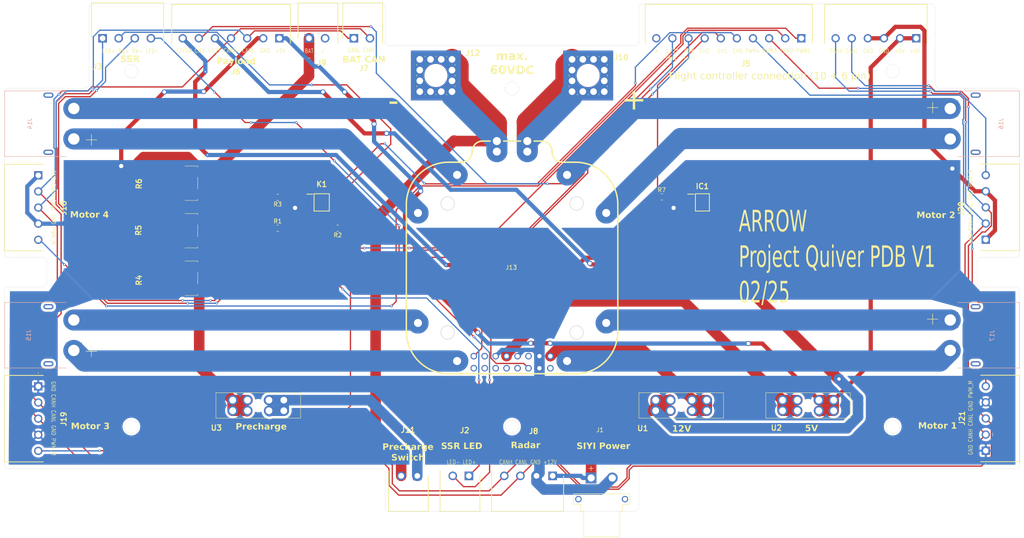
<source format=kicad_pcb>
(kicad_pcb (version 20240108) (generator "pcbnew") (generator_version "8.0")
  (layers (0 "F.Cu" signal) (31 "B.Cu" signal) (34 "B.Paste" user) (35 "F.Paste" user) (36 "B.SilkS" user "B.Silkscreen") (37 "F.SilkS" user "F.Silkscreen") (38 "B.Mask" user) (39 "F.Mask" user) (44 "Edge.Cuts" user))
  (net 0 "")
  (net 1 "/12VSW")
  (net 2 "Net-(IC1-+_CONTROL)")
  (net 3 "GND")
  (net 4 "/SS_LED+")
  (net 5 "+5V")
  (net 6 "+12V")
  (net 7 "/PDB+")
  (net 8 "Net-(J3-LED-)")
  (net 9 "/PDB-")
  (net 10 "/PDB_Curr")
  (net 11 "/CAN_L")
  (net 12 "/PWM_M1")
  (net 13 "/CAN_H")
  (net 14 "/PWM_M2")
  (net 15 "/PWM_M3")
  (net 16 "/PWM_M4")
  (net 17 "Net-(J3-SW+)")
  (net 19 "Net-(R4-Pad1)")
  (net 20 "Net-(J3-SW-)")
  (net 22 "Net-(J3-LED+)")
  (net 24 "/FC_IO_CH5")
  (net 26 "Net-(J9-Pad1)")
  (net 27 "Net-(J11-Pad1)")
  (net 28 "/1{slash}21_Vbat")
  (net 34 "Net-(J13-M1+)")
  (net 35 "Net-(J13-M3-)")
  (net 36 "Net-(J13-M1-)")
  (net 37 "Net-(J13-PDB_5V)")
  (net 38 "Net-(J13-M3+)")
  (net 39 "Net-(J13-PDB_12V)")
  (net 40 "Net-(J13-M2+)")
  (net 41 "Net-(J13-M4+)")
  (net 44 "Net-(J13-M2-)")
  (net 46 "Net-(J13-M4-)")
  (net 55 "Net-(K1-+CONTROL)")
  (net 56 "Net-(K1-LOAD_1)")
  (net 57 "/FMU_CH2")
  (net 58 "/FMU_CH1")
  (footprint "Resistor_SMD:R_0805_2012Metric_Pad1.20x1.40mm_HandSolder" (layer "F.Cu") (at 94.6 75.8 180)
    (property "Reference" "R3")
    (property "Value" "12K")
  )
  (footprint "Samacsys:17861650002" (layer "F.Cu") (at 190 125)
    (property "Reference" "U1")
    (property "Value" "178.6165.0002" (hide yes))
  )
  (footprint "Snapeda:PDB_2" (layer "F.Cu") (at 150 90 180)
    (property "Reference" "J13")
    (property "Value" "FCPDB")
    (fp_circle (center 15.237118 12.75) (end 16.837118 12.75) (stroke (width 0.12)) (fill none) (layer "Edge.Cuts"))
    (fp_circle (center 15.237118 -17.75) (end 16.837118 -17.75) (stroke (width 0.12)) (fill none) (layer "Edge.Cuts"))
    (fp_circle (center -15.262882 12.75) (end -13.662882 12.75) (stroke (width 0.12)) (fill none) (layer "Edge.Cuts"))
    (fp_circle (center -15.262882 -17.75) (end -13.662882 -17.75) (stroke (width 0.12)) (fill none) (layer "Edge.Cuts"))
  )
  (footprint "Samacsys:17861650002" (layer "F.Cu") (at 220 125 180)
    (property "Reference" "U2")
    (property "Value" "178.6165.0002" (hide yes))
  )
  (footprint "Resistor_SMD:R_0805_2012Metric_Pad1.20x1.40mm_HandSolder" (layer "F.Cu") (at 108.8 83.1 180)
    (property "Reference" "R2")
    (property "Value" "1R")
  )
  (footprint "Resistor_SMD:R_0805_2012Metric_Pad1.20x1.40mm_HandSolder" (layer "F.Cu") (at 185.4 75.7)
    (property "Reference" "R7")
    (property "Value" "12K")
  )
  (footprint "Samacsys:395121005" (layer "F.Cu") (at 262 85.8 90)
    (property "Reference" "J20")
    (property "Value" "39512-1005_M3" (hide yes))
  )
  (footprint "Samacsys:395121006" (layer "F.Cu") (at 245.5 38.2 180)
    (property "Reference" "J4" (hide yes))
    (property "Value" "39512-1006" (hide yes))
  )
  (footprint "Samacsys:SHDRRA2W80P0X381_1X2_901X920X730P" (layer "F.Cu") (at 112.6 38.2)
    (property "Reference" "J7")
    (property "Value" "39512-1002" (hide yes))
  )
  (footprint "Samacsys:395121005" (layer "F.Cu") (at 262 135.7 90)
    (property "Reference" "J21")
    (property "Value" "39512-1005_M4" (hide yes))
  )
  (footprint "Resistor_SMD:R_0805_2012Metric_Pad1.20x1.40mm_HandSolder" (layer "F.Cu") (at 94.6 83.1)
    (property "Reference" "R1")
    (property "Value" "1R")
  )
  (footprint "Samacsys:7460408" (layer "F.Cu") (at 132 47)
    (property "Reference" "J12")
    (property "Value" "7460408" (hide yes))
  )
  (footprint "Samacsys:7460408" (layer "F.Cu") (at 168 47)
    (property "Reference" "J10")
    (property "Value" "7460408" (hide yes))
  )
  (footprint "Samacsys:SHDRRA4W80P0X381_1X4_1663X920X730P" (layer "F.Cu") (at 53.2 38.2)
    (property "Reference" "J3")
    (property "Value" "39512-1004" (hide yes))
  )
  (footprint "Samacsys:PWR163S2550R0F" (layer "F.Cu") (at 72.075 94.93 90)
    (property "Reference" "R4")
    (property "Value" "150R" (hide yes))
  )
  (footprint "Snapeda:XT30PW-F_AMASS_XT30PW-F" (layer "F.Cu") (at 171.2 147.15 180)
    (property "Reference" "J1")
    (property "Value" "XT30PW-F")
  )
  (footprint "Samacsys:17861650002" (layer "F.Cu") (at 90 125 180)
    (property "Reference" "U3")
    (property "Value" "PRE_F" (hide yes))
  )
  (footprint "Samacsys:SHDRRA2W80P0X381_1X2_901X920X730P" (layer "F.Cu") (at 139.8 141.65 180)
    (property "Reference" "J2")
    (property "Value" "39512-1002" (hide yes))
  )
  (footprint "Samacsys:PWR163S2550R0F" (layer "F.Cu") (at 72.075 83.7 90)
    (property "Reference" "R5")
    (property "Value" "150R" (hide yes))
  )
  (footprint "Samacsys:395121005" (layer "F.Cu") (at 38 120.5 -90)
    (property "Reference" "J19")
    (property "Value" "39512-1005_M2" (hide yes))
  )
  (footprint "Samacsys:SHDRRA4W80P0X381_1X4_1663X920X730P" (layer "F.Cu") (at 159.6 141.65 180)
    (property "Reference" "J8")
    (property "Value" "39512-1004" (hide yes))
  )
  (footprint "Samacsys:395121007" (layer "F.Cu") (at 95 38.2 180)
    (property "Reference" "J6")
    (property "Value" "39512-1007" (hide yes))
  )
  (footprint "Samacsys:SHDRRA2W80P0X381_1X2_901X920X730P" (layer "F.Cu") (at 102 38.2)
    (property "Reference" "J9")
    (property "Value" "39512-1002" (hide yes))
  )
  (footprint "Samacsys:395121010" (layer "F.Cu") (at 218.4 38.2 180)
    (property "Reference" "J5")
    (property "Value" "39512-1010" (hide yes))
  )
  (footprint "Samacsys:SOP254P610X218-4N" (layer "F.Cu") (at 105 77)
    (property "Reference" "K1")
    (property "Value" "CPC1114N" (hide yes))
  )
  (footprint "Samacsys:SOP254P610X216-4N" (layer "F.Cu") (at 195 77)
    (property "Reference" "IC1")
    (property "Value" "CPC1002NTR" (hide yes))
  )
  (footprint "Samacsys:SHDRRA2W80P0X381_1X2_901X920X730P" (layer "F.Cu") (at 127.6 141.65 180)
    (property "Reference" "J11")
    (property "Value" "39512-1002" (hide yes))
  )
  (footprint "Samacsys:PWR163S2550R0F" (layer "F.Cu") (at 72.075 72.47 90)
    (property "Reference" "R6")
    (property "Value" "150R" (hide yes))
  )
  (footprint "Samacsys:395121005" (layer "F.Cu") (at 38 70.6 -90)
    (property "Reference" "J18")
    (property "Value" "39512-1005_M1" (hide yes))
  )
  (footprint "Snapeda:XT60PW-M_AMASS_XT60PW-M" (layer "B.Cu") (at 40.4 58.4 -90)
    (property "Reference" "J14")
    (property "Value" "XT60PW-M")
  )
  (footprint "Snapeda:XT60PW-M_AMASS_XT60PW-M" (layer "B.Cu") (at 259.6 58.4 90)
    (property "Reference" "J16")
    (property "Value" "XT60PW-M")
  )
  (footprint "Snapeda:XT60PW-M_AMASS_XT60PW-M" (layer "B.Cu") (at 259.6 108.4 90)
    (property "Reference" "J17")
    (property "Value" "XT60PW-M")
  )
  (footprint "Snapeda:XT60PW-M_AMASS_XT60PW-M" (layer "B.Cu") (at 40.4 108.4 -90)
    (property "Reference" "J15")
    (property "Value" "XT60PW-M")
  )
  (gr_circle (center 240 130) (end 241.6 130) (stroke (width 0.05)) (fill none) (layer "Edge.Cuts"))
  (gr_arc (start 260 91) (mid 260.292893 90.292893) (end 261 90) (stroke (width 0.05)) (layer "Edge.Cuts"))
  (gr_circle (center 150 50) (end 151.6 50) (stroke (width 0.05)) (fill none) (layer "Edge.Cuts"))
  (gr_line (start 180 31) (end 180 39) (stroke (width 0.05)) (layer "Edge.Cuts"))
  (gr_arc (start 270 139) (mid 269.707107 139.707107) (end 269 140) (stroke (width 0.05)) (layer "Edge.Cuts"))
  (gr_line (start 40 91) (end 40 96) (stroke (width 0.05)) (layer "Edge.Cuts"))
  (gr_line (start 50 31) (end 50 49) (stroke (width 0.05)) (layer "Edge.Cuts"))
  (gr_line (start 121 150) (end 179 150) (stroke (width 0.05)) (layer "Edge.Cuts"))
  (gr_line (start 120 141) (end 120 149) (stroke (width 0.05)) (layer "Edge.Cuts"))
  (gr_line (start 260 96) (end 260 91) (stroke (width 0.05)) (layer "Edge.Cuts"))
  (gr_circle (center 150 130) (end 151.6 130) (stroke (width 0.05)) (fill none) (layer "Edge.Cuts"))
  (gr_arc (start 269 50) (mid 269.707107 50.292893) (end 270 51) (stroke (width 0.05)) (layer "Edge.Cuts"))
  (gr_arc (start 180 31) (mid 180.292893 30.292893) (end 181 30) (stroke (width 0.05)) (layer "Edge.Cuts"))
  (gr_arc (start 121 40) (mid 120.292893 39.707107) (end 120 39) (stroke (width 0.05)) (layer "Edge.Cuts"))
  (gr_line (start 31 90) (end 39 90) (stroke (width 0.05)) (layer "Edge.Cuts"))
  (gr_arc (start 119 140) (mid 119.707107 140.292893) (end 120 141) (stroke (width 0.05)) (layer "Edge.Cuts"))
  (gr_line (start 250 49) (end 250 31) (stroke (width 0.05)) (layer "Edge.Cuts"))
  (gr_line (start 180 149) (end 180 141) (stroke (width 0.05)) (layer "Edge.Cuts"))
  (gr_arc (start 270 89) (mid 269.707107 89.707107) (end 269 90) (stroke (width 0.05)) (layer "Edge.Cuts"))
  (gr_arc (start 40 96) (mid 39.707107 96.707107) (end 39 97) (stroke (width 0.05)) (layer "Edge.Cuts"))
  (gr_line (start 270 139) (end 270 98) (stroke (width 0.05)) (layer "Edge.Cuts"))
  (gr_line (start 31 140) (end 119 140) (stroke (width 0.05)) (layer "Edge.Cuts"))
  (gr_arc (start 269 97) (mid 269.707107 97.292893) (end 270 98) (stroke (width 0.05)) (layer "Edge.Cuts"))
  (gr_arc (start 121 150) (mid 120.292893 149.707107) (end 120 149) (stroke (width 0.05)) (layer "Edge.Cuts"))
  (gr_circle (center 60 46) (end 61.6 46) (stroke (width 0.05)) (fill none) (layer "Edge.Cuts"))
  (gr_circle (center 240 46) (end 241.6 46) (stroke (width 0.05)) (fill none) (layer "Edge.Cuts"))
  (gr_arc (start 39 90) (mid 39.707107 90.292893) (end 40 91) (stroke (width 0.05)) (layer "Edge.Cuts"))
  (gr_arc (start 31 90) (mid 30.292893 89.707107) (end 30 89) (stroke (width 0.05)) (layer "Edge.Cuts"))
  (gr_arc (start 50 49) (mid 49.707107 49.707107) (end 49 50) (stroke (width 0.05)) (layer "Edge.Cuts"))
  (gr_line (start 30 98) (end 30 139) (stroke (width 0.05)) (layer "Edge.Cuts"))
  (gr_arc (start 180 39) (mid 179.707107 39.707107) (end 179 40) (stroke (width 0.05)) (layer "Edge.Cuts"))
  (gr_circle (center 60 130) (end 61.6 130) (stroke (width 0.05)) (fill none) (layer "Edge.Cuts"))
  (gr_arc (start 261 97) (mid 260.292893 96.707107) (end 260 96) (stroke (width 0.05)) (layer "Edge.Cuts"))
  (gr_arc (start 31 140) (mid 30.292893 139.707107) (end 30 139) (stroke (width 0.05)) (layer "Edge.Cuts"))
  (gr_arc (start 30 51) (mid 30.292893 50.292893) (end 31 50) (stroke (width 0.05)) (layer "Edge.Cuts"))
  (gr_arc (start 251 50) (mid 250.292893 49.707107) (end 250 49) (stroke (width 0.05)) (layer "Edge.Cuts"))
  (gr_line (start 269 50) (end 251 50) (stroke (width 0.05)) (layer "Edge.Cuts"))
  (gr_arc (start 180 141) (mid 180.292893 140.292893) (end 181 140) (stroke (width 0.05)) (layer "Edge.Cuts"))
  (gr_line (start 49 50) (end 31 50) (stroke (width 0.05)) (layer "Edge.Cuts"))
  (gr_line (start 249 30) (end 181 30) (stroke (width 0.05)) (layer "Edge.Cuts"))
  (gr_arc (start 119 30) (mid 119.707107 30.292893) (end 120 31) (stroke (width 0.05)) (layer "Edge.Cuts"))
  (gr_line (start 31 97) (end 39 97) (stroke (width 0.05)) (layer "Edge.Cuts"))
  (gr_line (start 261 90) (end 269 90) (stroke (width 0.05)) (layer "Edge.Cuts"))
  (gr_line (start 120 39) (end 120 31) (stroke (width 0.05)) (layer "Edge.Cuts"))
  (gr_arc (start 30 98) (mid 30.292893 97.292893) (end 31 97) (stroke (width 0.05)) (layer "Edge.Cuts"))
  (gr_line (start 179 40) (end 121 40) (stroke (width 0.05)) (layer "Edge.Cuts"))
  (gr_arc (start 50 31) (mid 50.292893 30.292893) (end 51 30) (stroke (width 0.05)) (layer "Edge.Cuts"))
  (gr_line (start 181 140) (end 269 140) (stroke (width 0.05)) (layer "Edge.Cuts"))
  (gr_arc (start 180 149) (mid 179.707107 149.707107) (end 179 150) (stroke (width 0.05)) (layer "Edge.Cuts"))
  (gr_line (start 119 30) (end 51 30) (stroke (width 0.05)) (layer "Edge.Cuts"))
  (gr_arc (start 249 30) (mid 249.707107 30.292893) (end 250 31) (stroke (width 0.05)) (layer "Edge.Cuts"))
  (gr_line (start 270 89) (end 270 51) (stroke (width 0.05)) (layer "Edge.Cuts"))
  (gr_line (start 269 97) (end 261 97) (stroke (width 0.05)) (layer "Edge.Cuts"))
  (gr_line (start 30 51) (end 30 89) (stroke (width 0.05)) (layer "Edge.Cuts"))
  (gr_text "BAT   /\n -\n" (at 100.9 43.4 0) (layer "F.SilkS") (effects (font (size 1 0.8) (thickness 0.1) (bold yes)) (justify left bottom)))
  (gr_text "max.\n60VDC" (at 150 47 0) (layer "F.SilkS") (effects (font (size 2 2) (thickness 0.5) (bold yes)) (justify bottom)))
  (gr_text "12V" (at 190.1 129.7 0) (layer "F.SilkS") (effects (font (size 1.5 1.5) (thickness 0.3) (bold yes)) (justify top)))
  (gr_text "Precharge" (at 90.7 129.2 0) (layer "F.SilkS") (effects (font (size 1.5 1.5) (thickness 0.3) (bold yes)) (justify top)))
  (gr_text "5V" (at 220.8 129.6 0) (layer "F.SilkS") (effects (font (size 1.5 1.5) (thickness 0.3) (bold yes)) (justify top)))
  (gr_text "12VSW CH1 +12V CANH  CANL  GND  +5V" (at 70.4 41.7 0) (layer "F.SilkS") (effects (font (size 1 0.8) (thickness 0.1)) (justify left bottom)))
  (gr_text "BAT CAN" (at 115 42.4 0) (layer "F.SilkS") (effects (font (size 1.5 1.5) (thickness 0.3) (bold yes)) (justify top)))
  (gr_text "SSR" (at 59.7 42.3 0) (layer "F.SilkS") (effects (font (size 1.5 1.5) (thickness 0.3) (bold yes)) (justify top)))
  (gr_text "Flight controller connection (10 + 6 pin)" (at 210.9 46.2 0) (layer "F.SilkS") (effects (font (size 1.7 1.7) (thickness 0.125)) (justify top)))
  (gr_text "GND CANH CANL GND PWM_M\n" (at 41 69.3 270) (layer "F.SilkS") (effects (font (size 1 0.8) (thickness 0.1)) (justify left bottom)))
  (gr_text "GND CANH CANL GND PWM_M\n" (at 259 86.9 90) (layer "F.SilkS") (effects (font (size 1 0.8) (thickness 0.1)) (justify left bottom)))
  (gr_text "ARROW	\nProject Quiver PDB V1\n02/25" (at 203.6 101.5 0) (layer "F.SilkS") (effects (font (size 5 3) (thickness 0.1)) (justify left bottom)))
  (gr_text "Motor 4" (at 50.1 79.1 0) (layer "F.SilkS") (effects (font (size 1.5 1.5) (thickness 0.3) (bold yes)) (justify top)))
  (gr_text "+" (at 175.9 55.9 0) (layer "F.SilkS") (effects (font (size 5 5) (thickness 0.1)) (justify left bottom)))
  (gr_text "Precharge\nSwitch" (at 125.4 134 0) (layer "F.SilkS") (effects (font (size 1.5 1.5) (thickness 0.3) (bold yes)) (justify top)))
  (gr_text "Payload" (at 84.8 42.8 0) (layer "F.SilkS") (effects (font (size 1.5 1.5) (thickness 0.3) (bold yes)) (justify top)))
  (gr_text "CANH CANL GND +12V" (at 146.9 139 0) (layer "F.SilkS") (effects (font (size 1 0.8) (thickness 0.1) (bold yes)) (justify left bottom)))
  (gr_text "Motor 3" (at 50.3 129.1 0) (layer "F.SilkS") (effects (font (size 1.5 1.5) (thickness 0.3) (bold yes)) (justify top)))
  (gr_text "SIYI Power" (at 171.6 133.8 0) (layer "F.SilkS") (effects (font (size 1.5 1.5) (thickness 0.3) (bold yes)) (justify top)))
  (gr_text "SSR LED" (at 138.1 133.8 0) (layer "F.SilkS") (effects (font (size 1.5 1.5) (thickness 0.3) (bold yes)) (justify top)))
  (gr_text "CANL CANH" (at 111.1 41.6 0) (layer "F.SilkS") (effects (font (size 1 0.8) (thickness 0.1) (bold yes)) (justify left bottom)))
  (gr_text "GND CANH CANL GND PWM_M" (at 259 136.8 90) (layer "F.SilkS") (effects (font (size 1 0.8) (thickness 0.1)) (justify left bottom)))
  (gr_text "-" (at 120.7 56.2 0) (layer "F.SilkS") (effects (font (size 5 5) (thickness 0.1)) (justify left bottom)))
  (gr_text "X   1/21  PDB  CH2   CH1  CH5 PWM4 PWM3 PWM2 PWM1\n    Vbat   Curr" (at 183.7 43.4 0) (layer "F.SilkS") (effects (font (size 1 0.8) (thickness 0.1)) (justify left bottom)))
  (gr_text "Motor 2" (at 250.2 79.2 0) (layer "F.SilkS") (effects (font (size 1.5 1.5) (thickness 0.3) (bold yes)) (justify top)))
  (gr_text "Motor 1" (at 250.6 129 0) (layer "F.SilkS") (effects (font (size 1.5 1.5) (thickness 0.3) (bold yes)) (justify top)))
  (gr_text "LED- LED+" (at 134.5 139 0) (layer "F.SilkS") (effects (font (size 1 0.8) (thickness 0.1) (bold yes)) (justify left bottom)))
  (gr_text "CANH CANL  GND  GND  +5V  +5V" (at 225 41.8 0) (layer "F.SilkS") (effects (font (size 1 0.8) (thickness 0.1)) (justify left bottom)))
  (gr_text "Radar" (at 153.2 133.6 0) (layer "F.SilkS") (effects (font (size 1.5 1.5) (thickness 0.3) (bold yes)) (justify top)))
  (gr_text "LED+ SW+ SW- LED-\n" (at 53 41.8 0) (layer "F.SilkS") (effects (font (size 1 0.8) (thickness 0.1)) (justify left bottom)))
  (gr_text "GND CANH CANL GND PWM_M\n" (at 41 119.2 270) (layer "F.SilkS") (effects (font (size 1 0.8) (thickness 0.1)) (justify left bottom)))
  (segment (start 199.5 80.02) (end 197.75 78.27) (width 1) (layer "F.Cu") (net 1))
  (segment (start 197.75 78.27) (end 197.97 78.27) (width 1) (layer "F.Cu") (net 1))
  (segment (start 192.6067 90.0933) (end 199.5 83.2) (width 1) (layer "F.Cu") (net 1))
  (segment (start 165.6 91.8) (end 167.3067 90.0933) (width 1) (layer "F.Cu") (net 1))
  (segment (start 199.5 83.2) (end 199.5 80.02) (width 1) (layer "F.Cu") (net 1))
  (segment (start 167.3067 90.0933) (end 192.6067 90.0933) (width 1) (layer "F.Cu") (net 1))
  (segment (start 134.4 91.8) (end 165.6 91.8) (width 1) (layer "F.Cu") (net 1))
  (segment (start 75.1 48.5) (end 77.5 46.1) (width 1) (layer "F.Cu") (net 1))
  (segment (start 75.1 62.9) (end 75.1 48.5) (width 1) (layer "F.Cu") (net 1))
  (segment (start 78 65.8) (end 75.1 62.9) (width 1) (layer "F.Cu") (net 1))
  (via (at 134.4 91.8) (size 0.6) (drill 0.3) (layers "F.Cu" "B.Cu") (net 1))
  (via (at 77.5 46.1) (size 0.6) (drill 0.3) (layers "F.Cu" "B.Cu") (net 1))
  (via (at 78 65.8) (size 0.6) (drill 0.3) (layers "F.Cu" "B.Cu") (net 1))
  (segment (start 132.6933 90.0933) (end 134.4 91.8) (width 1) (layer "B.Cu") (net 1))
  (segment (start 108.4 65.8) (end 78 65.8) (width 1) (layer "B.Cu") (net 1))
  (segment (start 132.6933 90.0933) (end 108.4 65.8) (width 1) (layer "B.Cu") (net 1))
  (segment (start 77.5 46.1) (end 77.5 43.56) (width 1) (layer "B.Cu") (net 1))
  (segment (start 77.5 43.56) (end 72.14 38.2) (width 1) (layer "B.Cu") (net 1))
  (segment (start 186.43 75.73) (end 186.4 75.7) (width 0.3) (layer "F.Cu") (net 2))
  (segment (start 192.25 75.73) (end 186.43 75.73) (width 0.3) (layer "F.Cu") (net 2))
  (segment (start 246.6 35.5) (end 247.5 36.4) (width 1) (layer "F.Cu") (net 3))
  (segment (start 77.211142 50.8) (end 77.1 50.8) (width 1) (layer "F.Cu") (net 3))
  (segment (start 98.73 78.27) (end 98.7 78.3) (width 1) (layer "F.Cu") (net 3))
  (segment (start 237.93 38.2) (end 240.63 35.5) (width 1) (layer "F.Cu") (net 3))
  (segment (start 188.23 78.27) (end 188.2 78.3) (width 1) (layer "F.Cu") (net 3))
  (segment (start 234.12 38.2) (end 237.93 38.2) (width 1) (layer "F.Cu") (net 3))
  (segment (start 264.175 76.545) (end 264.175 83.625) (width 1) (layer "F.Cu") (net 3))
  (segment (start 259.47 74.37) (end 262 74.37) (width 1) (layer "F.Cu") (net 3))
  (segment (start 57.6 61.1) (end 57.6 68.4) (width 1) (layer "F.Cu") (net 3))
  (segment (start 247.5 36.4) (end 247.5 62.4) (width 1) (layer "F.Cu") (net 3))
  (segment (start 240.63 35.5) (end 246.6 35.5) (width 1) (layer "F.Cu") (net 3))
  (segment (start 67.8 50.9) (end 57.6 61.1) (width 1) (layer "F.Cu") (net 3))
  (segment (start 102.175 78.27) (end 98.73 78.27) (width 1) (layer "F.Cu") (net 3))
  (segment (start 262 74.37) (end 264.175 76.545) (width 1) (layer "F.Cu") (net 3))
  (segment (start 247.5 62.4) (end 254.1 69) (width 1) (layer "F.Cu") (net 3))
  (segment (start 254.1 69) (end 259.47 74.37) (width 1) (layer "F.Cu") (net 3))
  (segment (start 91.19 38.2) (end 89.811142 38.2) (width 1) (layer "F.Cu") (net 3))
  (segment (start 89.811142 38.2) (end 77.211142 50.8) (width 1) (layer "F.Cu") (net 3))
  (segment (start 192.25 78.27) (end 188.23 78.27) (width 1) (layer "F.Cu") (net 3))
  (segment (start 264.175 83.625) (end 262 85.8) (width 1) (layer "F.Cu") (net 3))
  (via (at 77.1 50.8) (size 1.2) (drill 0.8) (layers "F.Cu" "B.Cu") (net 3))
  (via (at 98.7 78.3) (size 2) (drill 1) (layers "F.Cu" "B.Cu") (net 3))
  (via (at 254.1 69) (size 2) (drill 1) (layers "F.Cu" "B.Cu") (net 3))
  (via (at 67.8 50.9) (size 1.2) (drill 0.8) (layers "F.Cu" "B.Cu") (net 3))
  (via (at 57.6 68.4) (size 2) (drill 1) (layers "F.Cu" "B.Cu") (net 3))
  (via (at 188.2 78.3) (size 2) (drill 1) (layers "F.Cu" "B.Cu") (net 3))
  (segment (start 43.97 82.03) (end 57.6 68.4) (width 1) (layer "B.Cu") (net 3))
  (segment (start 38 70.6) (end 35.4 73.2) (width 1) (layer "B.Cu") (net 3))
  (segment (start 156.479549 140.960451) (end 155.79 141.65) (width 2.5) (layer "B.Cu") (net 3))
  (segment (start 67.9 50.8) (end 67.8 50.9) (width 1) (layer "B.Cu") (net 3))
  (segment (start 170.975 144.875) (end 157.583109 144.875) (width 2.5) (layer "B.Cu") (net 3))
  (segment (start 151.312882 113.35) (end 152.787882 111.875) (width 1) (layer "B.Cu") (net 3))
  (segment (start 77.1 50.8) (end 67.9 50.8) (width 1) (layer "B.Cu") (net 3))
  (segment (start 156.479549 113.35) (end 156.479549 109.120451) (width 2.5) (layer "B.Cu") (net 3))
  (segment (start 156.479549 116.2) (end 156.479549 140.960451) (width 2.5) (layer "B.Cu") (net 3))
  (segment (start 38 82.03) (end 43.97 82.03) (width 1) (layer "B.Cu") (net 3))
  (segment (start 152.787882 111.875) (end 155.004549 111.875) (width 1) (layer "B.Cu") (net 3))
  (segment (start 173.7 142.15) (end 170.975 144.875) (width 2.5) (layer "B.Cu") (net 3))
  (segment (start 35.4 73.2) (end 35.4 79.43) (width 1) (layer "B.Cu") (net 3))
  (segment (start 35.4 79.43) (end 38 82.03) (width 1) (layer "B.Cu") (net 3))
  (segment (start 157.583109 144.875) (end 155.79 143.081891) (width 2.5) (layer "B.Cu") (net 3))
  (segment (start 155.004549 111.875) (end 156.479549 113.35) (width 1) (layer "B.Cu") (net 3))
  (segment (start 155.79 143.081891) (end 155.79 141.65) (width 2.5) (layer "B.Cu") (net 3))
  (segment (start 146.129549 113.35) (end 147.604549 111.875) (width 1) (layer "B.Cu") (net 3))
  (segment (start 156.479549 113.35) (end 156.479549 116.2) (width 2.5) (layer "B.Cu") (net 3))
  (segment (start 155.79 141.65) (end 156.4795 140.9605) (width 1) (layer "B.Cu") (net 3))
  (segment (start 147.604549 111.875) (end 155.004549 111.875) (width 1) (layer "B.Cu") (net 3))
  (segment (start 142.2 119) (end 142.2 139.25) (width 0.3) (layer "F.Cu") (net 4))
  (segment (start 95.6 83.1) (end 110 97.5) (width 0.3) (layer "F.Cu") (net 4))
  (segment (start 142.2 139.25) (end 139.8 141.65) (width 0.3) (layer "F.Cu") (net 4))
  (via (at 110 97.5) (size 0.6) (drill 0.3) (layers "F.Cu" "B.Cu") (net 4))
  (via (at 142.2 119) (size 0.6) (drill 0.3) (layers "F.Cu" "B.Cu") (net 4))
  (segment (start 131.698448 101.5) (end 131.699224 101.500776) (width 0.3) (layer "B.Cu") (net 4))
  (segment (start 131.698447 101.498447) (end 129.8 99.6) (width 0.3) (layer "B.Cu") (net 4))
  (segment (start 142.1461 112.4) (end 142.1461 112.3628) (width 0.3) (layer "B.Cu") (net 4))
  (segment (start 142.1461 111.947653) (end 131.699224 101.500776) (width 0.3) (layer "B.Cu") (net 4))
  (segment (start 129.8 99.6) (end 112.1 99.6) (width 0.3) (layer "B.Cu") (net 4))
  (segment (start 131.698447 101.5) (end 131.698447 101.498447) (width 0.3) (layer "B.Cu") (net 4))
  (segment (start 142.1461 112.3628) (end 142.1461 118.9461) (width 0.3) (layer "B.Cu") (net 4))
  (segment (start 131.699224 101.500776) (end 131.698447 101.5) (width 0.3) (layer "B.Cu") (net 4))
  (segment (start 112.1 99.6) (end 110 97.5) (width 0.3) (layer "B.Cu") (net 4))
  (segment (start 142.1461 118.9461) (end 142.2 119) (width 0.3) (layer "B.Cu") (net 4))
  (segment (start 142.1461 111.947653) (end 142.1461 112.4) (width 0.3) (layer "B.Cu") (net 4))
  (segment (start 226.04 126.25) (end 224.415 126.25) (width 2.5) (layer "F.Cu") (net 5))
  (segment (start 110.4186 50.8857) (end 117.3823 57.8494) (width 1) (layer "F.Cu") (net 5))
  (segment (start 117.3823 57.8494) (end 117.3823 58.4747) (width 1) (layer "F.Cu") (net 5))
  (segment (start 234.8 45.14) (end 234.8 114.99) (width 1) (layer "F.Cu") (net 5))
  (segment (start 226.04 123.75) (end 222.54 123.75) (width 2.5) (layer "F.Cu") (net 5))
  (segment (start 241.74 38.2) (end 234.8 45.14) (width 1) (layer "F.Cu") (net 5))
  (segment (start 124.7 90.6) (end 124.7 78.043504) (width 1) (layer "F.Cu") (net 5))
  (segment (start 226.04 123.75) (end 226.04 126.25) (width 2.5) (layer "F.Cu") (net 5))
  (segment (start 141.9 107.8) (end 124.7 90.6) (width 1) (layer "F.Cu") (net 5))
  (segment (start 117.3823 58.4747) (end 117.3824 58.4747) (width 1) (layer "F.Cu") (net 5))
  (segment (start 222.79 126.25) (end 222.665 126.375) (width 2.5) (layer "F.Cu") (net 5))
  (segment (start 241.74 38.2) (end 245.55 38.2) (width 1) (layer "F.Cu") (net 5))
  (segment (start 154.4 110.3) (end 159 110.3) (width 1) (layer "F.Cu") (net 5))
  (segment (start 224.415 126.25) (end 222.79 126.25) (width 2.5) (layer "F.Cu") (net 5))
  (segment (start 124.7 78.043504) (end 128.402504 74.341) (width 1) (layer "F.Cu") (net 5))
  (segment (start 234.8 114.99) (end 226.04 123.75) (width 1) (layer "F.Cu") (net 5))
  (segment (start 222.54 123.75) (end 209.1598 110.3698) (width 1) (layer "F.Cu") (net 5))
  (segment (start 209.1598 110.3698) (end 205.8549 110.3698) (width 1) (layer "F.Cu") (net 5))
  (segment (start 224.415 126.25) (end 222.54 126.25) (width 1) (layer "F.Cu") (net 5))
  (via (at 154.4 110.3) (size 1.2) (drill 0.8) (layers "F.Cu" "B.Cu") (net 5))
  (via (at 117.3824 58.4747) (size 1.2) (drill 0.8) (layers "F.Cu" "B.Cu") (net 5))
  (via (at 141.9 107.8) (size 1.2) (drill 0.8) (layers "F.Cu" "B.Cu") (net 5))
  (via (at 128.402504 74.341) (size 1.2) (drill 0.8) (layers "F.Cu" "B.Cu") (net 5))
  (via (at 159 110.3) (size 1.2) (drill 0.8) (layers "F.Cu" "B.Cu") (net 5))
  (via (at 205.8549 110.3698) (size 1.2) (drill 0.8) (layers "F.Cu" "B.Cu") (net 5))
  (via (at 110.4186 50.8857) (size 1.2) (drill 0.8) (layers "F.Cu" "B.Cu") (net 5))
  (segment (start 141.9 107.9) (end 141.9 107.8) (width 1) (layer "B.Cu") (net 5))
  (segment (start 128.402504 73.620104) (end 117.3824 62.6) (width 1) (layer "B.Cu") (net 5))
  (segment (start 144.352534 110.352534) (end 141.9 107.9) (width 1) (layer "B.Cu") (net 5))
  (segment (start 104.4071 44.8741) (end 104.4071 44.8742) (width 1) (layer "B.Cu") (net 5))
  (segment (start 154.347466 110.352534) (end 154.4 110.3) (width 1) (layer "B.Cu") (net 5))
  (segment (start 117.3824 58.4747) (end 117.3824 62.6) (width 1) (layer "B.Cu") (net 5))
  (segment (start 103.3492 44.8741) (end 104.4071 44.8741) (width 1) (layer "B.Cu") (net 5))
  (segment (start 144.352534 110.352534) (end 154.347466 110.352534) (width 1) (layer "B.Cu") (net 5))
  (segment (start 128.402504 74.341) (end 128.402504 73.620104) (width 1) (layer "B.Cu") (net 5))
  (segment (start 159.0698 110.3698) (end 172.1815 110.3698) (width 1) (layer "B.Cu") (net 5))
  (segment (start 95 38.2) (end 96.6751 38.2) (width 1) (layer "B.Cu") (net 5))
  (segment (start 104.4071 44.8742) (end 110.4186 50.8857) (width 1) (layer "B.Cu") (net 5))
  (segment (start 172.1815 110.3698) (end 205.8549 110.3698) (width 1) (layer "B.Cu") (net 5))
  (segment (start 159 110.3) (end 159.0698 110.3698) (width 1) (layer "B.Cu") (net 5))
  (segment (start 96.6751 38.2) (end 103.3492 44.8741) (width 1) (layer "B.Cu") (net 5))
  (segment (start 168.3912 91.3933) (end 168.6579 91.66) (width 1) (layer "F.Cu") (net 6))
  (segment (start 168.6579 91.66) (end 195.34 91.66) (width 1) (layer "F.Cu") (net 6))
  (segment (start 199.53 75.73) (end 197.75 75.73) (width 1) (layer "F.Cu") (net 6))
  (segment (start 183.96 123.75) (end 185.585 123.75) (width 2.5) (layer "F.Cu") (net 6))
  (segment (start 115.0943 60.6801) (end 105.2999 50.8857) (width 1) (layer "F.Cu") (net 6))
  (segment (start 183.96 126.25) (end 180.45 126.25) (width 2.5) (layer "F.Cu") (net 6))
  (segment (start 185.585 123.75) (end 187.46 123.75) (width 1) (layer "F.Cu") (net 6))
  (segment (start 168.7 138) (end 168.7 142.15) (width 2.5) (layer "F.Cu") (net 6))
  (segment (start 201.1 77.3) (end 199.53 75.73) (width 1) (layer "F.Cu") (net 6))
  (segment (start 195.34 91.66) (end 201.1 85.9) (width 1) (layer "F.Cu") (net 6))
  (segment (start 227.15 118.75) (end 198.3 89.9) (width 2.5) (layer "F.Cu") (net 6))
  (segment (start 185.585 123.75) (end 187.21 123.75) (width 2.5) (layer "F.Cu") (net 6))
  (segment (start 183.96 126.25) (end 187.46 126.25) (width 2.5) (layer "F.Cu") (net 6))
  (segment (start 120.3478 60.6801) (end 115.0943 60.6801) (width 1) (layer "F.Cu") (net 6))
  (segment (start 183.96 123.75) (end 183.96 126.25) (width 2.5) (layer "F.Cu") (net 6))
  (segment (start 201.1 85.9) (end 201.1 77.3) (width 1) (layer "F.Cu") (net 6))
  (segment (start 187.21 123.75) (end 187.335 123.625) (width 2.5) (layer "F.Cu") (net 6))
  (segment (start 180.45 126.25) (end 168.7 138) (width 2.5) (layer "F.Cu") (net 6))
  (segment (start 227.3 118.75) (end 227.15 118.75) (width 2.5) (layer "F.Cu") (net 6))
  (via (at 227.3 118.75) (size 1.2) (drill 0.8) (layers "F.Cu" "B.Cu") (net 6))
  (via (at 120.3478 60.6801) (size 1.2) (drill 0.8) (layers "F.Cu" "B.Cu") (net 6))
  (via (at 105.2999 50.8857) (size 1.2) (drill 0.8) (layers "F.Cu" "B.Cu") (net 6))
  (via (at 168.3912 91.3933) (size 1.2) (drill 0.8) (layers "F.Cu" "B.Cu") (net 6))
  (segment (start 231.8 124.5) (end 231.8 123.3) (width 2.5) (layer "B.Cu") (net 6))
  (segment (start 227.3 118.8) (end 227.3 118.75) (width 2.5) (layer "B.Cu") (net 6))
  (segment (start 159.6 141.65) (end 166.2249 141.65) (width 1) (layer "B.Cu") (net 6))
  (segment (start 105.2807 50.9049) (end 105.2999 50.8857) (width 1) (layer "B.Cu") (net 6))
  (segment (start 168.7 142.15) (end 166.7249 142.15) (width 1) (layer "B.Cu") (net 6))
  (segment (start 120.3478 60.6801) (end 122.1801 60.6801) (width 1) (layer "B.Cu") (net 6))
  (segment (start 92.4649 50.9049) (end 105.2807 50.9049) (width 1) (layer "B.Cu") (net 6))
  (segment (start 229.2 130.3) (end 231.8 127.7) (width 2.5) (layer "B.Cu") (net 6))
  (segment (start 231.8 123.3) (end 227.3 118.8) (width 2.5) (layer "B.Cu") (net 6))
  (segment (start 150.9979 74) (end 168.3912 91.3933) (width 1) (layer "B.Cu") (net 6))
  (segment (start 231.8 127.7) (end 231.8 124.5) (width 2.5) (layer "B.Cu") (net 6))
  (segment (start 188.11 130.4) (end 229.2 130.4) (width 2.5) (layer "B.Cu") (net 6))
  (segment (start 166.2249 141.65) (end 166.7249 142.15) (width 1) (layer "B.Cu") (net 6))
  (segment (start 79.76 38.2) (end 92.4649 50.9049) (width 1) (layer "B.Cu") (net 6))
  (segment (start 183.96 126.25) (end 188.11 130.4) (width 2.5) (layer "B.Cu") (net 6))
  (segment (start 122.1801 60.6801) (end 135.5 74) (width 1) (layer "B.Cu") (net 6))
  (segment (start 229.2 130.4) (end 229.2 130.3) (width 2.5) (layer "B.Cu") (net 6))
  (segment (start 135.5 74) (end 150.9979 74) (width 1) (layer "B.Cu") (net 6))
  (segment (start 162.75 48.85) (end 153.6 58) (width 5) (layer "F.Cu") (net 7))
  (segment (start 164.19 43.19) (end 162.75 44.63) (width 5) (layer "F.Cu") (net 7))
  (segment (start 153.6 58) (end 153.613 58.0129) (width 5) (layer "F.Cu") (net 7))
  (segment (start 153.613 58.0129) (end 153.613 62.5) (width 5) (layer "F.Cu") (net 7))
  (segment (start 162.75 44.63) (end 162.75 48.85) (width 5) (layer "F.Cu") (net 7))
  (segment (start 164.19 50.81) (end 164.19 51.9229) (width 5) (layer "B.Cu") (net 7))
  (segment (start 153.613 62.5) (end 153.613 65) (width 5) (layer "B.Cu") (net 7))
  (segment (start 164.19 51.9229) (end 153.613 62.5) (width 5) (layer "B.Cu") (net 7))
  (segment (start 138.54 144.2) (end 135.99 141.65) (width 0.3) (layer "F.Cu") (net 8))
  (segment (start 144.7 119) (end 144.7 140.8) (width 0.3) (layer "F.Cu") (net 8))
  (segment (start 108 67.2) (end 99 58.2) (width 0.3) (layer "F.Cu") (net 8))
  (segment (start 123.3 91.1) (end 123.3 82.5) (width 0.3) (layer "F.Cu") (net 8))
  (segment (start 141.3 144.2) (end 138.54 144.2) (width 0.3) (layer "F.Cu") (net 8))
  (segment (start 88.2115 58.1206) (end 86.9063 58.1206) (width 0.3) (layer "F.Cu") (net 8))
  (segment (start 141 108.8) (end 123.3 91.1) (width 0.3) (layer "F.Cu") (net 8))
  (segment (start 144.7 140.8) (end 141.3 144.2) (width 0.3) (layer "F.Cu") (net 8))
  (segment (start 86.9063 58.1206) (end 79.6991 50.9134) (width 0.3) (layer "F.Cu") (net 8))
  (segment (start 99 58.2) (end 99 58.1206) (width 0.3) (layer "F.Cu") (net 8))
  (via (at 79.6991 50.9134) (size 0.6) (drill 0.3) (layers "F.Cu" "B.Cu") (net 8))
  (via (at 108 67.2) (size 0.6) (drill 0.3) (layers "F.Cu" "B.Cu") (net 8))
  (via (at 144.7 119) (size 0.6) (drill 0.3) (layers "F.Cu" "B.Cu") (net 8))
  (via (at 123.3 82.5) (size 0.6) (drill 0.3) (layers "F.Cu" "B.Cu") (net 8))
  (via (at 141 108.8) (size 0.6) (drill 0.3) (layers "F.Cu" "B.Cu") (net 8))
  (via (at 88.2115 58.1206) (size 0.6) (drill 0.3) (layers "F.Cu" "B.Cu") (net 8))
  (via (at 99 58.1206) (size 0.6) (drill 0.3) (layers "F.Cu" "B.Cu") (net 8))
  (segment (start 88.2115 58.1206) (end 99 58.1206) (width 0.3) (layer "B.Cu") (net 8))
  (segment (start 79.6991 50.9134) (end 66.9857 38.2) (width 0.3) (layer "B.Cu") (net 8))
  (segment (start 144.6783 118.9783) (end 144.7 119) (width 0.3) (layer "B.Cu") (net 8))
  (segment (start 144.6783 112.5976) (end 144.6783 118.9783) (width 0.3) (layer "B.Cu") (net 8))
  (segment (start 66.9857 38.2) (end 64.63 38.2) (width 0.3) (layer "B.Cu") (net 8))
  (segment (start 144.6783 112.4783) (end 141 108.8) (width 0.3) (layer "B.Cu") (net 8))
  (segment (start 144.6783 112.5976) (end 144.6783 112.4783) (width 0.3) (layer "B.Cu") (net 8))
  (segment (start 123.3 82.5) (end 108 67.2) (width 0.3) (layer "B.Cu") (net 8))
  (segment (start 123.79 141.65) (end 123.79 136.19) (width 2.5) (layer "F.Cu") (net 9))
  (segment (start 136.3 62.4) (end 136.4 62.5) (width 2.5) (layer "F.Cu") (net 9))
  (segment (start 146.3 58.3) (end 146.3 62.3871) (width 5) (layer "F.Cu") (net 9))
  (segment (start 135.81 43.19) (end 137.25 44.63) (width 5) (layer "F.Cu") (net 9))
  (segment (start 123.79 136.19) (end 117.75 130.15) (width 2.5) (layer "F.Cu") (net 9))
  (segment (start 117.75 80.95) (end 136.3 62.4) (width 2.5) (layer "F.Cu") (net 9))
  (segment (start 136.4 62.5) (end 146.4129 62.5) (width 2.5) (layer "F.Cu") (net 9))
  (segment (start 146.4129 62.5) (end 146.413 62.5) (width 2.5) (layer "F.Cu") (net 9))
  (segment (start 137.25 49.25) (end 146.3 58.3) (width 5) (layer "F.Cu") (net 9))
  (segment (start 137.25 44.63) (end 137.25 49.25) (width 5) (layer "F.Cu") (net 9))
  (segment (start 146.3 62.3871) (end 146.413 62.5) (width 5) (layer "F.Cu") (net 9))
  (segment (start 117.75 130.15) (end 117.75 80.95) (width 2.5) (layer "F.Cu") (net 9))
  (segment (start 135.81 50.81) (end 135.81 51.8971) (width 5) (layer "B.Cu") (net 9))
  (segment (start 146.413 62.5) (end 146.413 65) (width 5) (layer "B.Cu") (net 9))
  (segment (start 135.81 51.8971) (end 146.413 62.5) (width 5) (layer "B.Cu") (net 9))
  (segment (start 147.933714 90) (end 167.9 70.033714) (width 0.3) (layer "F.Cu") (net 10))
  (segment (start 128.6 90) (end 147.933714 90) (width 0.3) (layer "F.Cu") (net 10))
  (segment (start 152.771 115.0748) (end 153.8962 116.2) (width 0.3) (layer "F.Cu") (net 10))
  (segment (start 128.6 91.1) (end 128.6 90) (width 0.3) (layer "F.Cu") (net 10))
  (segment (start 146.2546 115.0748) (end 152.771 115.0748) (width 0.3) (layer "F.Cu") (net 10))
  (segment (start 145.0043 107.5043) (end 128.6 91.1) (width 0.3) (layer "F.Cu") (net 10))
  (segment (start 167.9 66.7) (end 183.2 51.4) (width 0.3) (layer "F.Cu") (net 10))
  (segment (start 145.0043 111.6753) (end 145.0043 107.5043) (width 0.3) (layer "F.Cu") (net 10))
  (segment (start 167.9 70.033714) (end 167.9 66.7) (width 0.3) (layer "F.Cu") (net 10))
  (segment (start 145.0043 113.8245) (end 146.2546 115.0748) (width 0.3) (layer "F.Cu") (net 10))
  (segment (start 145.0043 111.6753) (end 145.0043 113.8245) (width 0.3) (layer "F.Cu") (net 10))
  (via (at 183.2 51.4) (size 0.6) (drill 0.3) (layers "F.Cu" "B.Cu") (net 10))
  (segment (start 183.2 51.4) (end 191.73 42.87) (width 0.3) (layer "B.Cu") (net 10))
  (segment (start 191.73 42.8) (end 191.73 38.2) (width 0.3) (layer "B.Cu") (net 10))
  (segment (start 191.73 42.87) (end 191.73 42.8) (width 0.3) (layer "B.Cu") (net 10))
  (segment (start 178.616015 139.348985) (end 177.704 140.261) (width 0.3) (layer "F.Cu") (net 11))
  (segment (start 87.38 38.2) (end 89.1343 36.4457) (width 0.3) (layer "F.Cu") (net 11))
  (segment (start 157.03 136.6) (end 151.98 141.65) (width 0.3) (layer "F.Cu") (net 11))
  (segment (start 109.4831 36.4457) (end 111.2374 38.2) (width 0.3) (layer "F.Cu") (net 11))
  (segment (start 48.28 138.4) (end 119.4 138.4) (width 0.3) (layer "F.Cu") (net 11))
  (segment (start 263.325 129.405) (end 263.325 137) (width 0.3) (layer "F.Cu") (net 11))
  (segment (start 120.9 143.9) (end 123.2 146.2) (width 0.3) (layer "F.Cu") (net 11))
  (segment (start 120.9 139.9) (end 120.9 143.9) (width 0.3) (layer "F.Cu") (net 11))
  (segment (start 262 128.08) (end 263.325 129.405) (width 0.3) (layer "F.Cu") (net 11))
  (segment (start 248.7 49.4) (end 248.5 49.4) (width 0.3) (layer "F.Cu") (net 11))
  (segment (start 38 78.22) (end 42.5 82.72) (width 0.3) (layer "F.Cu") (net 11))
  (segment (start 261.15 84) (end 257.9 87.25) (width 0.3) (layer "F.Cu") (net 11))
  (segment (start 177.704 142.304) (end 175.207 144.8) (width 0.3) (layer "F.Cu") (net 11))
  (segment (start 89.1343 36.4457) (end 109.4831 36.4457) (width 0.3) (layer "F.Cu") (net 11))
  (segment (start 112.6 38.2) (end 111.2374 38.2) (width 0.3) (layer "F.Cu") (net 11))
  (segment (start 250.275981 50.744) (end 250.044 50.744) (width 0.3) (layer "F.Cu") (net 11))
  (segment (start 123.2 146.2) (end 147.43 146.2) (width 0.3) (layer "F.Cu") (net 11))
  (segment (start 263.325 137) (end 260.976015 139.348985) (width 0.3) (layer "F.Cu") (net 11))
  (segment (start 38 128.12) (end 48.28 138.4) (width 0.3) (layer "F.Cu") (net 11))
  (segment (start 260.976015 139.348985) (end 178.616015 139.348985) (width 0.3) (layer "F.Cu") (net 11))
  (segment (start 257.9004 52.4004) (end 257.9004 54.3884) (width 0.3) (layer "F.Cu") (net 11))
  (segment (start 42.5 103) (end 33.6 111.9) (width 0.3) (layer "F.Cu") (net 11))
  (segment (start 166.493 144.8) (end 158.293 136.6) (width 0.3) (layer "F.Cu") (net 11))
  (segment (start 42.5 82.72) (end 42.5 103) (width 0.3) (layer "F.Cu") (net 11))
  (segment (start 158.293 136.6) (end 157.03 136.6) (width 0.3) (layer "F.Cu") (net 11))
  (segment (start 250.275981 50.744) (end 256.244 50.744) (width 0.3) (layer "F.Cu") (net 11))
  (segment (start 177.704 140.261) (end 177.704 142.304) (width 0.3) (layer "F.Cu") (net 11))
  (segment (start 262 78.18) (end 263.325 79.505) (width 0.3) (layer "F.Cu") (net 11))
  (segment (start 33.6 111.9) (end 33.6 123.72) (width 0.3) (layer "F.Cu") (net 11))
  (segment (start 250.044 50.744) (end 248.7 49.4) (width 0.3) (layer "F.Cu") (net 11))
  (segment (start 263.325 82.5388) (end 261.864 84) (width 0.3) (layer "F.Cu") (net 11))
  (segment (start 33.6 123.72) (end 38 128.12) (width 0.3) (layer "F.Cu") (net 11))
  (segment (start 119.4 138.4) (end 120.9 139.9) (width 0.3) (layer "F.Cu") (net 11))
  (segment (start 147.43 146.2) (end 151.98 141.65) (width 0.3) (layer "F.Cu") (net 11))
  (segment (start 175.207 144.8) (end 166.493 144.8) (width 0.3) (layer "F.Cu") (net 11))
  (segment (start 257.9 87.25) (end 257.9 123.98) (width 0.3) (layer "F.Cu") (net 11))
  (segment (start 256.244 50.744) (end 257.9004 52.4004) (width 0.3) (layer "F.Cu") (net 11))
  (segment (start 263.325 79.505) (end 263.325 82.5388) (width 0.3) (layer "F.Cu") (net 11))
  (segment (start 261.864 84) (end 261.15 84) (width 0.3) (layer "F.Cu") (net 11))
  (segment (start 257.9 123.98) (end 262 128.08) (width 0.3) (layer "F.Cu") (net 11))
  (via (at 257.9004 54.3884) (size 0.6) (drill 0.3) (layers "F.Cu" "B.Cu") (net 11))
  (via (at 248.5 49.4) (size 0.6) (drill 0.3) (layers "F.Cu" "B.Cu") (net 11))
  (segment (start 262 78.18) (end 257.9004 74.0804) (width 0.3) (layer "B.Cu") (net 11))
  (segment (start 257.9004 74.0804) (end 257.9004 54.3884) (width 0.3) (layer "B.Cu") (net 11))
  (segment (start 52.5438 36.2888) (end 85.4688 36.2888) (width 0.3) (layer "B.Cu") (net 11))
  (segment (start 44.6687 50.65) (end 44.680148 50.661448) (width 0.3) (layer "B.Cu") (net 11))
  (segment (start 51.0184 37.8142) (end 52.5438 36.2888) (width 0.3) (layer "B.Cu") (net 11))
  (segment (start 248.5 49.4) (end 233.5 49.4) (width 0.3) (layer "B.Cu") (net 11))
  (segment (start 38 78.22) (end 42.5091 73.7109) (width 0.3) (layer "B.Cu") (net 11))
  (segment (start 85.4688 36.2888) (end 87.38 38.2) (width 0.3) (layer "B.Cu") (net 11))
  (segment (start 44.680148 50.661448) (end 49.719313 50.661448) (width 0.3) (layer "B.Cu") (net 11))
  (segment (start 49.719313 50.661448) (end 51.0184 49.362361) (width 0.3) (layer "B.Cu") (net 11))
  (segment (start 42.5091 73.7109) (end 42.5091 64.2156) (width 0.3) (layer "B.Cu") (net 11))
  (segment (start 42.5091 64.2156) (end 42.221 63.9275) (width 0.3) (layer "B.Cu") (net 11))
  (segment (start 42.221 63.9275) (end 42.221 53.0977) (width 0.3) (layer "B.Cu") (net 11))
  (segment (start 42.221 53.0977) (end 44.6687 50.65) (width 0.3) (layer "B.Cu") (net 11))
  (segment (start 233.5 49.4) (end 230.31 46.21) (width 0.3) (layer "B.Cu") (net 11))
  (segment (start 51.0184 49.362361) (end 51.0184 37.8142) (width 0.3) (layer "B.Cu") (net 11))
  (segment (start 230.31 46.21) (end 230.31 38.2) (width 0.3) (layer "B.Cu") (net 11))
  (segment (start 189.9048 37.4441) (end 189.9048 39.3491) (width 0.3) (layer "F.Cu") (net 12))
  (segment (start 217.0749 38.2) (end 214.699 35.8241) (width 0.3) (layer "F.Cu") (net 12))
  (segment (start 191.5248 35.8241) (end 189.9048 37.4441) (width 0.3) (layer "F.Cu") (net 12))
  (segment (start 122.6 78.8) (end 122.6 99) (width 0.3) (layer "F.Cu") (net 12))
  (segment (start 54.1 101.5) (end 44.3 91.7) (width 0.3) (layer "F.Cu") (net 12))
  (segment (start 156.1453 73.1086) (end 128.9421 73.1086) (width 0.3) (layer "F.Cu") (net 12))
  (segment (start 218.4 38.2) (end 217.0749 38.2) (width 0.3) (layer "F.Cu") (net 12))
  (segment (start 122.6 100.4) (end 121.5 101.5) (width 0.3) (layer "F.Cu") (net 12))
  (segment (start 128.2914 73.1086) (end 122.6 78.8) (width 0.3) (layer "F.Cu") (net 12))
  (segment (start 44.3 91.7) (end 44.2 91.7) (width 0.3) (layer "F.Cu") (net 12))
  (segment (start 214.699 35.8241) (end 191.5248 35.8241) (width 0.3) (layer "F.Cu") (net 12))
  (segment (start 122.6 99) (end 122.6 100.4) (width 0.3) (layer "F.Cu") (net 12))
  (segment (start 128.9421 73.1086) (end 128.2914 73.1086) (width 0.3) (layer "F.Cu") (net 12))
  (segment (start 189.9048 39.3491) (end 156.1453 73.1086) (width 0.3) (layer "F.Cu") (net 12))
  (via (at 54.1 101.5) (size 0.6) (drill 0.3) (layers "F.Cu" "B.Cu") (net 12))
  (via (at 121.5 101.5) (size 0.6) (drill 0.3) (layers "F.Cu" "B.Cu") (net 12))
  (via (at 44.2 91.7) (size 0.6) (drill 0.3) (layers "F.Cu" "B.Cu") (net 12))
  (segment (start 44.2 91.7) (end 38.34 85.84) (width 0.3) (layer "B.Cu") (net 12))
  (segment (start 38.34 85.84) (end 38 85.84) (width 0.3) (layer "B.Cu") (net 12))
  (segment (start 121.5 101.5) (end 54.1 101.5) (width 0.3) (layer "B.Cu") (net 12))
  (segment (start 120.1 137.5) (end 121.7 139.1) (width 0.3) (layer "F.Cu") (net 13))
  (segment (start 257.2504 58) (end 257.2504 52.5504) (width 0.3) (layer "F.Cu") (net 13))
  (segment (start 85.8244 35.9456) (end 114.1556 35.9456) (width 0.3) (layer "F.Cu") (net 13))
  (segment (start 121.7 143.5) (end 123.4 145.2) (width 0.3) (layer "F.Cu") (net 13))
  (segment (start 262 81.99) (end 257.1 86.89) (width 0.3) (layer "F.Cu") (net 13))
  (segment (start 255.39 138.5) (end 178.6 138.5) (width 0.3) (layer "F.Cu") (net 13))
  (segment (start 51.19 137.5) (end 120.1 137.5) (width 0.3) (layer "F.Cu") (net 13))
  (segment (start 43.4 79.81) (end 43.4 103.3) (width 0.3) (layer "F.Cu") (net 13))
  (segment (start 262 131.89) (end 255.39 138.5) (width 0.3) (layer "F.Cu") (net 13))
  (segment (start 153.82 136) (end 158.4 136) (width 0.3) (layer "F.Cu") (net 13))
  (segment (start 49.687119 50.65) (end 50.637119 49.7) (width 0.3) (layer "F.Cu") (net 13))
  (segment (start 38 124.31) (end 51.19 137.5) (width 0.3) (layer "F.Cu") (net 13))
  (segment (start 144.62 145.2) (end 148.17 141.65) (width 0.3) (layer "F.Cu") (net 13))
  (segment (start 50.637119 49.7) (end 72.07 49.7) (width 0.3) (layer "F.Cu") (net 13))
  (segment (start 114.1556 35.9456) (end 116.41 38.2) (width 0.3) (layer "F.Cu") (net 13))
  (segment (start 249.44038 51.3) (end 248.84038 50.7) (width 0.3) (layer "F.Cu") (net 13))
  (segment (start 257.1 126.99) (end 262 131.89) (width 0.3) (layer "F.Cu") (net 13))
  (segment (start 38 74.41) (end 43.4 79.81) (width 0.3) (layer "F.Cu") (net 13))
  (segment (start 43.4 103.3) (end 34.5 112.2) (width 0.3) (layer "F.Cu") (net 13))
  (segment (start 83.57 38.2) (end 85.8244 35.9456) (width 0.3) (layer "F.Cu") (net 13))
  (segment (start 34.5 112.2) (end 34.5 120.81) (width 0.3) (layer "F.Cu") (net 13))
  (segment (start 158.4 136) (end 166.7 144.3) (width 0.3) (layer "F.Cu") (net 13))
  (segment (start 257.2504 52.5504) (end 256 51.3) (width 0.3) (layer "F.Cu") (net 13))
  (segment (start 123.4 145.2) (end 144.62 145.2) (width 0.3) (layer "F.Cu") (net 13))
  (segment (start 177.2 142.1) (end 177.2 139.9) (width 0.3) (layer "F.Cu") (net 13))
  (segment (start 175 144.3) (end 177.2 142.1) (width 0.3) (layer "F.Cu") (net 13))
  (segment (start 34.5 120.81) (end 38 124.31) (width 0.3) (layer "F.Cu") (net 13))
  (segment (start 256 51.3) (end 249.44038 51.3) (width 0.3) (layer "F.Cu") (net 13))
  (segment (start 178.6 138.5) (end 177.2 139.9) (width 0.3) (layer "F.Cu") (net 13))
  (segment (start 72.07 49.7) (end 83.57 38.2) (width 0.3) (layer "F.Cu") (net 13))
  (segment (start 257.1 86.89) (end 257.1 126.99) (width 0.3) (layer "F.Cu") (net 13))
  (segment (start 43.6479 50.65) (end 49.687119 50.65) (width 0.3) (layer "F.Cu") (net 13))
  (segment (start 148.17 141.65) (end 153.82 136) (width 0.3) (layer "F.Cu") (net 13))
  (segment (start 121.7 139.1) (end 121.7 143.5) (width 0.3) (layer "F.Cu") (net 13))
  (segment (start 166.7 144.3) (end 175 144.3) (width 0.3) (layer "F.Cu") (net 13))
  (segment (start 42.8978 51.4001) (end 43.6479 50.65) (width 0.3) (layer "F.Cu") (net 13))
  (via (at 42.8978 51.4001) (size 0.6) (drill 0.3) (layers "F.Cu" "B.Cu") (net 13))
  (via (at 257.2504 58) (size 0.6) (drill 0.3) (layers "F.Cu" "B.Cu") (net 13))
  (via (at 248.84038 50.7) (size 0.6) (drill 0.3) (layers "F.Cu" "B.Cu") (net 13))
  (segment (start 229.7 50.7) (end 226.5 47.5) (width 0.3) (layer "B.Cu") (net 13))
  (segment (start 41.7141 52.5838) (end 41.7141 64.128) (width 0.3) (layer "B.Cu") (net 13))
  (segment (start 41.7141 64.128) (end 41.9944 64.4083) (width 0.3) (layer "B.Cu") (net 13))
  (segment (start 248.84038 50.7) (end 229.7 50.7) (width 0.3) (layer "B.Cu") (net 13))
  (segment (start 257.2503 77.2403) (end 257.2503 58.0001) (width 0.3) (layer "B.Cu") (net 13))
  (segment (start 257.2503 58.0001) (end 257.2504 58) (width 0.3) (layer "B.Cu") (net 13))
  (segment (start 262 81.99) (end 257.2503 77.2403) (width 0.3) (layer "B.Cu") (net 13))
  (segment (start 226.5 47.5) (end 226.5 38.2) (width 0.3) (layer "B.Cu") (net 13))
  (segment (start 41.9944 64.4083) (end 41.9944 70.4156) (width 0.3) (layer "B.Cu") (net 13))
  (segment (start 42.8978 51.4001) (end 41.7141 52.5838) (width 0.3) (layer "B.Cu") (net 13))
  (segment (start 41.9944 70.4156) (end 38 74.41) (width 0.3) (layer "B.Cu") (net 13))
  (segment (start 101.2 135.7) (end 52.5 135.7) (width 0.3) (layer "F.Cu") (net 14))
  (segment (start 111.8 89.9) (end 111.8 125.1) (width 0.3) (layer "F.Cu") (net 14))
  (segment (start 214.59 38.2) (end 212.7142 36.3242) (width 0.3) (layer "F.Cu") (net 14))
  (segment (start 190.4049 39.5862) (end 142.2236 87.7675) (width 0.3) (layer "F.Cu") (net 14))
  (segment (start 115.1 87.8) (end 113.9 87.8) (width 0.3) (layer "F.Cu") (net 14))
  (segment (start 190.4049 37.6512) (end 190.4049 39.5862) (width 0.3) (layer "F.Cu") (net 14))
  (segment (start 113.9 87.8) (end 111.8 89.9) (width 0.3) (layer "F.Cu") (net 14))
  (segment (start 111.8 125.1) (end 101.2 135.7) (width 0.3) (layer "F.Cu") (net 14))
  (segment (start 125.7325 87.7675) (end 125.7 87.8) (width 0.3) (layer "F.Cu") (net 14))
  (segment (start 191.7319 36.3242) (end 190.4049 37.6512) (width 0.3) (layer "F.Cu") (net 14))
  (segment (start 212.7142 36.3242) (end 191.7319 36.3242) (width 0.3) (layer "F.Cu") (net 14))
  (segment (start 142.2236 87.7675) (end 125.7325 87.7675) (width 0.3) (layer "F.Cu") (net 14))
  (via (at 115.1 87.8) (size 0.6) (drill 0.3) (layers "F.Cu" "B.Cu") (net 14))
  (via (at 52.5 135.7) (size 0.6) (drill 0.3) (layers "F.Cu" "B.Cu") (net 14))
  (via (at 125.7 87.8) (size 0.6) (drill 0.3) (layers "F.Cu" "B.Cu") (net 14))
  (segment (start 125.6675 87.7675) (end 125.7 87.8) (width 0.3) (layer "B.Cu") (net 14))
  (segment (start 52.5 135.7) (end 52.46 135.74) (width 0.3) (layer "B.Cu") (net 14))
  (segment (start 52.46 135.74) (end 38 135.74) (width 0.3) (layer "B.Cu") (net 14))
  (segment (start 115.1 87.8) (end 115.1325 87.7675) (width 0.3) (layer "B.Cu") (net 14))
  (segment (start 115.1325 87.7675) (end 125.6675 87.7675) (width 0.3) (layer "B.Cu") (net 14))
  (segment (start 231.8 50) (end 222.58 50) (width 0.3) (layer "F.Cu") (net 15))
  (segment (start 222.58 50) (end 210.78 38.2) (width 0.3) (layer "F.Cu") (net 15))
  (via (at 231.8 50) (size 0.6) (drill 0.3) (layers "F.Cu" "B.Cu") (net 15))
  (segment (start 249.15 50.05) (end 231.85 50.05) (width 0.3) (layer "B.Cu") (net 15))
  (segment (start 255.7 50.8) (end 249.9 50.8) (width 0.3) (layer "B.Cu") (net 15))
  (segment (start 255.9879 51.0879) (end 255.7 50.8) (width 0.3) (layer "B.Cu") (net 15))
  (segment (start 262 57.1121) (end 261.999906 57.1121) (width 0.3) (layer "B.Cu") (net 15))
  (segment (start 231.85 50.05) (end 231.8 50) (width 0.3) (layer "B.Cu") (net 15))
  (segment (start 262 70.56) (end 262 57.1121) (width 0.3) (layer "B.Cu") (net 15))
  (segment (start 255.9879 51.1) (end 255.9879 51.0879) (width 0.3) (layer "B.Cu") (net 15))
  (segment (start 249.9 50.8) (end 249.15 50.05) (width 0.3) (layer "B.Cu") (net 15))
  (segment (start 261.999906 57.1121) (end 261.999906 57.112099) (width 0.3) (layer "B.Cu") (net 15))
  (segment (start 262 57.1121) (end 255.9879 51.1) (width 0.3) (layer "B.Cu") (net 15))
  (segment (start 262 120.46) (end 262 101.461531) (width 0.3) (layer "F.Cu") (net 16))
  (segment (start 258.8 99.137119) (end 258.8 88) (width 0.3) (layer "F.Cu") (net 16))
  (segment (start 260.322941 100.66006) (end 258.8 99.137119) (width 0.3) (layer "F.Cu") (net 16))
  (segment (start 262 101.461531) (end 261.198529 100.66006) (width 0.3) (layer "F.Cu") (net 16))
  (segment (start 261.198529 100.66006) (end 260.322941 100.66006) (width 0.3) (layer "F.Cu") (net 16))
  (via (at 258.8 88) (size 0.6) (drill 0.3) (layers "F.Cu" "B.Cu") (net 16))
  (segment (start 258.8 88) (end 258.8 80.1) (width 0.3) (layer "B.Cu") (net 16))
  (segment (start 255.830594 51.6498) (end 220.4198 51.6498) (width 0.3) (layer "B.Cu") (net 16))
  (segment (start 256.8 57.2) (end 256.8 52.619206) (width 0.3) (layer "B.Cu") (net 16))
  (segment (start 256.7503 78.0501) (end 256.7503 58.65) (width 0.3) (layer "B.Cu") (net 16))
  (segment (start 206.97 38.2) (end 220.4198 51.6498) (width 0.3) (layer "B.Cu") (net 16))
  (segment (start 256.6004 58.5001) (end 256.6004 57.3996) (width 0.3) (layer "B.Cu") (net 16))
  (segment (start 256.7502 78.0502) (end 256.7503 78.0501) (width 0.3) (layer "B.Cu") (net 16))
  (segment (start 256.7503 58.65) (end 256.6004 58.5001) (width 0.3) (layer "B.Cu") (net 16))
  (segment (start 258.8 80.1) (end 256.7502 78.0502) (width 0.3) (layer "B.Cu") (net 16))
  (segment (start 256.8 52.619206) (end 255.830594 51.6498) (width 0.3) (layer "B.Cu") (net 16))
  (segment (start 256.6004 57.3996) (end 256.8 57.2) (width 0.3) (layer "B.Cu") (net 16))
  (segment (start 110.9049 49.2232) (end 102.6447 49.2232) (width 0.3) (layer "F.Cu") (net 17))
  (segment (start 108.8501 75.73) (end 121.3254 63.2547) (width 0.3) (layer "F.Cu") (net 17))
  (segment (start 107.825 75.73) (end 108.8501 75.73) (width 0.3) (layer "F.Cu") (net 17))
  (segment (start 121.3254 63.2547) (end 121.3254 59.6437) (width 0.3) (layer "F.Cu") (net 17))
  (segment (start 121.3254 59.6437) (end 110.9049 49.2232) (width 0.3) (layer "F.Cu") (net 17))
  (via (at 102.6447 49.2232) (size 0.6) (drill 0.3) (layers "F.Cu" "B.Cu") (net 17))
  (segment (start 92.6575 49.2232) (end 102.6447 49.2232) (width 0.3) (layer "B.Cu") (net 17))
  (segment (start 58.421 36.789) (end 80.2233 36.789) (width 0.3) (layer "B.Cu") (net 17))
  (segment (start 57.01 38.2) (end 58.421 36.789) (width 0.3) (layer "B.Cu") (net 17))
  (segment (start 80.2233 36.789) (end 92.6575 49.2232) (width 0.3) (layer "B.Cu") (net 17))
  (segment (start 79.55 78.515) (end 79.55 87.9) (width 2.5) (layer "F.Cu") (net 19))
  (segment (start 76.045 86.24) (end 77.89 86.24) (width 2.5) (layer "F.Cu") (net 19))
  (segment (start 76.045 75.01) (end 79.55 78.515) (width 2.5) (layer "F.Cu") (net 19))
  (segment (start 83.96 126.25) (end 87.2098 126.25) (width 2.5) (layer "F.Cu") (net 19))
  (segment (start 79.55 87.9) (end 79.55 93.965) (width 2.5) (layer "F.Cu") (net 19))
  (segment (start 76.045 97.47) (end 76.045 115.835) (width 2.5) (layer "F.Cu") (net 19))
  (segment (start 83.96 123.75) (end 83.96 126.25) (width 2.5) (layer "F.Cu") (net 19))
  (segment (start 87.2098 126.25) (end 87.3349 126.375) (width 2.5) (layer "F.Cu") (net 19))
  (segment (start 83.96 123.75) (end 87.46 123.75) (width 2.5) (layer "F.Cu") (net 19))
  (segment (start 79.55 93.965) (end 76.045 97.47) (width 2.5) (layer "F.Cu") (net 19))
  (segment (start 76.045 115.835) (end 83.96 123.75) (width 2.5) (layer "F.Cu") (net 19))
  (segment (start 77.89 86.24) (end 79.55 87.9) (width 2.5) (layer "F.Cu") (net 19))
  (segment (start 42.8 77.3) (end 45.9 80.4) (width 0.3) (layer "F.Cu") (net 20))
  (segment (start 50.3 52) (end 44.4 52) (width 0.3) (layer "F.Cu") (net 20))
  (segment (start 92 81.9) (end 92.6973 81.2027) (width 0.3) (layer "F.Cu") (net 20))
  (segment (start 108.7125 84.1875) (end 98.4677 84.1875) (width 0.3) (layer "F.Cu") (net 20))
  (segment (start 79.7 100.2) (end 92 87.9) (width 0.3) (layer "F.Cu") (net 20))
  (segment (start 109.8 83.1) (end 108.7125 84.1875) (width 0.3) (layer "F.Cu") (net 20))
  (segment (start 92 87.9) (end 92 81.9) (width 0.3) (layer "F.Cu") (net 20))
  (segment (start 44.4 52) (end 42.8 53.6) (width 0.3) (layer "F.Cu") (net 20))
  (segment (start 98.4677 84.1875) (end 95.4829 81.2027) (width 0.3) (layer "F.Cu") (net 20))
  (segment (start 54.7 100.2) (end 72.1 100.2) (width 0.3) (layer "F.Cu") (net 20))
  (segment (start 78.7 100.2) (end 79.7 100.2) (width 0.3) (layer "F.Cu") (net 20))
  (segment (start 92.6973 81.2027) (end 95.4829 81.2027) (width 0.3) (layer "F.Cu") (net 20))
  (segment (start 42.8 53.6) (end 42.8 77.3) (width 0.3) (layer "F.Cu") (net 20))
  (segment (start 45.9 80.4) (end 45.9 91.4) (width 0.3) (layer "F.Cu") (net 20))
  (segment (start 45.9 91.4) (end 54.7 100.2) (width 0.3) (layer "F.Cu") (net 20))
  (segment (start 51.8 50.5) (end 50.3 52) (width 0.3) (layer "F.Cu") (net 20))
  (via (at 51.8 50.5) (size 0.6) (drill 0.3) (layers "F.Cu" "B.Cu") (net 20))
  (via (at 72.1 100.2) (size 0.6) (drill 0.3) (layers "F.Cu" "B.Cu") (net 20))
  (via (at 78.7 100.2) (size 0.6) (drill 0.3) (layers "F.Cu" "B.Cu") (net 20))
  (segment (start 53.9 45.12) (end 53.9 48.4) (width 0.3) (layer "B.Cu") (net 20))
  (segment (start 53.9 48.4) (end 51.8 50.5) (width 0.3) (layer "B.Cu") (net 20))
  (segment (start 72.1 100.2) (end 78.7 100.2) (width 0.3) (layer "B.Cu") (net 20))
  (segment (start 60.82 38.2) (end 53.9 45.12) (width 0.3) (layer "B.Cu") (net 20))
  (segment (start 45.5 92) (end 45.519239 92) (width 0.3) (layer "F.Cu") (net 22))
  (segment (start 44.2 51.3) (end 42.2 53.3) (width 0.3) (layer "F.Cu") (net 22))
  (segment (start 45.2 80.5) (end 45.2 91.6) (width 0.3) (layer "F.Cu") (net 22))
  (segment (start 93.6 87.4) (end 93.6 83.1) (width 0.3) (layer "F.Cu") (net 22))
  (segment (start 45.2 91.6) (end 45.5 91.9) (width 0.3) (layer "F.Cu") (net 22))
  (segment (start 45.5 91.9) (end 45.5 92) (width 0.3) (layer "F.Cu") (net 22))
  (segment (start 42.2 53.3) (end 42.2 77.5) (width 0.3) (layer "F.Cu") (net 22))
  (segment (start 45.519239 92) (end 54.369239 100.85) (width 0.3) (layer "F.Cu") (net 22))
  (segment (start 80.2 100.8) (end 93.6 87.4) (width 0.3) (layer "F.Cu") (net 22))
  (segment (start 54.369239 100.85) (end 73.3 100.85) (width 0.3) (layer "F.Cu") (net 22))
  (segment (start 50.9 50.4) (end 50 51.3) (width 0.3) (layer "F.Cu") (net 22))
  (segment (start 50 51.3) (end 44.2 51.3) (width 0.3) (layer "F.Cu") (net 22))
  (segment (start 42.2 77.5) (end 45.2 80.5) (width 0.3) (layer "F.Cu") (net 22))
  (via (at 73.3 100.85) (size 0.6) (drill 0.3) (layers "F.Cu" "B.Cu") (net 22))
  (via (at 50.9 50.4) (size 0.6) (drill 0.3) (layers "F.Cu" "B.Cu") (net 22))
  (via (at 80.2 100.8) (size 0.6) (drill 0.3) (layers "F.Cu" "B.Cu") (net 22))
  (segment (start 50.9 50.4) (end 53.2 48.1) (width 0.3) (layer "B.Cu") (net 22))
  (segment (start 53.2 48.1) (end 53.2 38.2) (width 0.3) (layer "B.Cu") (net 22))
  (segment (start 80.15 100.85) (end 80.2 100.8) (width 0.3) (layer "B.Cu") (net 22))
  (segment (start 73.3 100.85) (end 80.15 100.85) (width 0.3) (layer "B.Cu") (net 22))
  (segment (start 93.6 75.8) (end 93.6 74.9) (width 0.3) (layer "F.Cu") (net 24))
  (segment (start 179.1696 49.3771) (end 155.9382 72.6085) (width 0.3) (layer "F.Cu") (net 24))
  (segment (start 155.9382 72.6085) (end 129.3815 72.6085) (width 0.3) (layer "F.Cu") (net 24))
  (segment (start 93.6 74.9) (end 94.6 73.9) (width 0.3) (layer "F.Cu") (net 24))
  (segment (start 179.1696 48.7973) (end 179.1696 49.3771) (width 0.3) (layer "F.Cu") (net 24))
  (segment (start 118.952 63.148) (end 119.921 63.148) (width 0.3) (layer "F.Cu") (net 24))
  (segment (start 129.3815 72.6085) (end 129.2279 72.4549) (width 0.3) (layer "F.Cu") (net 24))
  (segment (start 94.6 73.9) (end 108.2 73.9) (width 0.3) (layer "F.Cu") (net 24))
  (segment (start 108.2 73.9) (end 118.952 63.148) (width 0.3) (layer "F.Cu") (net 24))
  (via (at 179.1696 48.7973) (size 0.6) (drill 0.3) (layers "F.Cu" "B.Cu") (net 24))
  (via (at 119.921 63.148) (size 0.6) (drill 0.3) (layers "F.Cu" "B.Cu") (net 24))
  (via (at 129.2279 72.4549) (size 0.6) (drill 0.3) (layers "F.Cu" "B.Cu") (net 24))
  (segment (start 203.16 38.2) (end 201.8338 36.8738) (width 0.3) (layer "B.Cu") (net 24))
  (segment (start 187.3103 36.8738) (end 179.1696 45.0145) (width 0.3) (layer "B.Cu") (net 24))
  (segment (start 179.1696 45.0145) (end 179.1696 48.7973) (width 0.3) (layer "B.Cu") (net 24))
  (segment (start 201.8338 36.8738) (end 187.3103 36.8738) (width 0.3) (layer "B.Cu") (net 24))
  (segment (start 119.921 63.148) (end 129.2279 72.4549) (width 0.3) (layer "B.Cu") (net 24))
  (segment (start 76.045 91.48) (end 76.045 92.39) (width 2.5) (layer "F.Cu") (net 26))
  (segment (start 61.7 77.5) (end 61.7 88.685) (width 2.5) (layer "F.Cu") (net 26))
  (segment (start 73.325 66.3) (end 62.885 66.3) (width 2.5) (layer "F.Cu") (net 26))
  (segment (start 61.7 77.5) (end 62.365 78.165) (width 2.5) (layer "F.Cu") (net 26))
  (segment (start 62.885 66.3) (end 61.7 67.485) (width 2.5) (layer "F.Cu") (net 26))
  (segment (start 61.7 67.485) (end 61.7 77.5) (width 2.5) (layer "F.Cu") (net 26))
  (segment (start 73.05 78.165) (end 76.045 81.16) (width 2.5) (layer "F.Cu") (net 26))
  (segment (start 102 47.1) (end 102 38.2) (width 2.5) (layer "F.Cu") (net 26))
  (segment (start 79.17 69.93) (end 102 47.1) (width 2.5) (layer "F.Cu") (net 26))
  (segment (start 62.25 89.235) (end 73.8 89.235) (width 2.5) (layer "F.Cu") (net 26))
  (segment (start 76.045 69.93) (end 79.17 69.93) (width 2.5) (layer "F.Cu") (net 26))
  (segment (start 73.8 89.235) (end 76.045 91.48) (width 2.5) (layer "F.Cu") (net 26))
  (segment (start 76.045 69.93) (end 76.045 69.02) (width 2.5) (layer "F.Cu") (net 26))
  (segment (start 62.365 78.165) (end 73.05 78.165) (width 2.5) (layer "F.Cu") (net 26))
  (segment (start 61.7 88.685) (end 62.25 89.235) (width 2.5) (layer "F.Cu") (net 26))
  (segment (start 76.045 69.02) (end 73.325 66.3) (width 2.5) (layer "F.Cu") (net 26))
  (segment (start 96.04 123.75) (end 116.35 123.75) (width 2.5) (layer "B.Cu") (net 27))
  (segment (start 127.6 135) (end 127.6 141.65) (width 2.5) (layer "B.Cu") (net 27))
  (segment (start 92.7902 126.25) (end 92.6651 126.375) (width 2.5) (layer "B.Cu") (net 27))
  (segment (start 96.04 123.75) (end 92.54 123.75) (width 2.5) (layer "B.Cu") (net 27))
  (segment (start 116.35 123.75) (end 127.6 135) (width 2.5) (layer "B.Cu") (net 27))
  (segment (start 96.04 123.75) (end 96.04 126.25) (width 2.5) (layer "B.Cu") (net 27))
  (segment (start 96.04 126.25) (end 92.7902 126.25) (width 2.5) (layer "B.Cu") (net 27))
  (segment (start 126.7 90.9) (end 126.7 90) (width 0.3) (layer "F.Cu") (net 28))
  (segment (start 167 66) (end 182.8 50.2) (width 0.3) (layer "F.Cu") (net 28))
  (segment (start 142.85 111.462882) (end 142.85 107.05) (width 0.3) (layer "F.Cu") (net 28))
  (segment (start 140.962882 113.35) (end 142.85 111.462882) (width 0.3) (layer "F.Cu") (net 28))
  (segment (start 167 70.226607) (end 167 66) (width 0.3) (layer "F.Cu") (net 28))
  (segment (start 142.85 107.05) (end 126.7 90.9) (width 0.3) (layer "F.Cu") (net 28))
  (segment (start 126.7 90) (end 128.4 88.3) (width 0.3) (layer "F.Cu") (net 28))
  (segment (start 148.926607 88.3) (end 167 70.226607) (width 0.3) (layer "F.Cu") (net 28))
  (segment (start 128.4 88.3) (end 148.926607 88.3) (width 0.3) (layer "F.Cu") (net 28))
  (via (at 182.8 50.2) (size 0.6) (drill 0.3) (layers "F.Cu" "B.Cu") (net 28))
  (segment (start 187.92 45.08) (end 187.92 38.2) (width 0.3) (layer "B.Cu") (net 28))
  (segment (start 182.8 50.2) (end 187.92 45.08) (width 0.3) (layer "B.Cu") (net 28))
  (segment (start 127.7629 79.4999) (end 127.763 79.5) (width 5) (layer "B.Cu") (net 34))
  (segment (start 110.263 62) (end 127.7629 79.4999) (width 5) (layer "B.Cu") (net 34))
  (segment (start 46.4 62) (end 110.263 62) (width 5) (layer "B.Cu") (net 34))
  (segment (start 127.7629 79.4999) (end 127.7629 79.5) (width 5) (layer "B.Cu") (net 34))
  (segment (start 181.063 70.7) (end 181.0629 70.7) (width 5) (layer "B.Cu") (net 35))
  (segment (start 189.863 61.9) (end 181.063 70.7) (width 5) (layer "B.Cu") (net 35))
  (segment (start 181.063 70.7) (end 172.263 79.5) (width 5) (layer "B.Cu") (net 35))
  (segment (start 181.0629 70.7) (end 172.2629 79.5) (width 5) (layer "B.Cu") (net 35))
  (segment (start 253.5 61.9) (end 189.863 61.9) (width 5) (layer "B.Cu") (net 35))
  (segment (start 253.6 62) (end 253.5 61.9) (width 5) (layer "B.Cu") (net 35))
  (segment (start 137.0129 70.4999) (end 137.013 70.5) (width 5) (layer "B.Cu") (net 36))
  (segment (start 121.313 54.8) (end 137.0129 70.4999) (width 5) (layer "B.Cu") (net 36))
  (segment (start 137.0129 70.4999) (end 137.0129 70.5) (width 5) (layer "B.Cu") (net 36))
  (segment (start 46.4 54.8) (end 121.313 54.8) (width 5) (layer "B.Cu") (net 36))
  (segment (start 161.116 100.4) (end 190.61 100.4) (width 2.5) (layer "F.Cu") (net 37))
  (segment (start 217.21 126.25) (end 217.335 126.375) (width 2.5) (layer "F.Cu") (net 37))
  (segment (start 148.713 113.0765) (end 148.7129 113.0766) (width 0.3) (layer "F.Cu") (net 37))
  (segment (start 148.713 112.803) (end 161.116 100.4) (width 2.5) (layer "F.Cu") (net 37))
  (segment (start 148.713 113.35) (end 148.713 113.0765) (width 2.5) (layer "F.Cu") (net 37))
  (segment (start 217.46 126.25) (end 217.335 126.375) (width 0.3) (layer "F.Cu") (net 37))
  (segment (start 148.713 113.0765) (end 148.713 112.803) (width 2.5) (layer "F.Cu") (net 37))
  (segment (start 190.61 100.4) (end 213.96 123.75) (width 2.5) (layer "F.Cu") (net 37))
  (segment (start 213.96 123.75) (end 213.96 126.25) (width 2.5) (layer "F.Cu") (net 37))
  (segment (start 213.96 126.25) (end 217.21 126.25) (width 2.5) (layer "F.Cu") (net 37))
  (segment (start 148.7129 113.0766) (end 148.7129 113.35) (width 0.3) (layer "F.Cu") (net 37))
  (segment (start 213.96 123.75) (end 217.46 123.75) (width 2.5) (layer "F.Cu") (net 37))
  (segment (start 170.863 62.65) (end 163.013 70.5) (width 5) (layer "B.Cu") (net 38))
  (segment (start 170.863 62.65) (end 170.8629 62.65) (width 5) (layer "B.Cu") (net 38))
  (segment (start 253.6 54.8) (end 178.713 54.8) (width 5) (layer "B.Cu") (net 38))
  (segment (start 178.713 54.8) (end 170.863 62.65) (width 5) (layer "B.Cu") (net 38))
  (segment (start 170.8629 62.65) (end 163.0129 70.5) (width 5) (layer "B.Cu") (net 38))
  (segment (start 194.415 123.75) (end 196.04 123.75) (width 2.5) (layer "F.Cu") (net 39))
  (segment (start 180.365 111.325) (end 192.79 123.75) (width 2.5) (layer "F.Cu") (net 39))
  (segment (start 160.0755 112.3375) (end 160.0754 112.3375) (width 0.3) (layer "F.Cu") (net 39))
  (segment (start 196.04 126.25) (end 192.54 126.25) (width 2.5) (layer "F.Cu") (net 39))
  (segment (start 160.0755 112.3375) (end 161.088 111.325) (width 2.5) (layer "F.Cu") (net 39))
  (segment (start 159.063 113.35) (end 160.0755 112.3375) (width 2.5) (layer "F.Cu") (net 39))
  (segment (start 194.415 123.75) (end 192.54 123.75) (width 0.3) (layer "F.Cu") (net 39))
  (segment (start 161.088 111.325) (end 180.365 111.325) (width 2.5) (layer "F.Cu") (net 39))
  (segment (start 160.0754 112.3375) (end 159.0629 113.35) (width 0.3) (layer "F.Cu") (net 39))
  (segment (start 196.04 123.75) (end 196.04 126.25) (width 2.5) (layer "F.Cu") (net 39))
  (segment (start 192.79 123.75) (end 194.415 123.75) (width 2.5) (layer "F.Cu") (net 39))
  (segment (start 49.1 114.5) (end 137.0129 114.5) (width 5) (layer "B.Cu") (net 40))
  (segment (start 46.4 112) (end 48.9 114.5) (width 5) (layer "B.Cu") (net 40))
  (segment (start 137.0129 114.5) (end 137.013 114.5) (width 5) (layer "B.Cu") (net 40))
  (segment (start 48.9 114.5) (end 49.1 114.5) (width 5) (layer "B.Cu") (net 40))
  (segment (start 137.187 114.5) (end 137.013 114.5) (width 5) (layer "B.Cu") (net 40))
  (segment (start 137.013 114.5) (end 137.0129 114.5) (width 5) (layer "B.Cu") (net 40))
  (segment (start 137.0129 114.5) (end 49.1 114.5) (width 5) (layer "B.Cu") (net 40))
  (segment (start 172.963 104.8) (end 172.613 105.15) (width 5) (layer "B.Cu") (net 41))
  (segment (start 253.6 104.8) (end 172.963 104.8) (width 5) (layer "B.Cu") (net 41))
  (segment (start 172.6129 105.15) (end 172.2629 105.5) (width 5) (layer "B.Cu") (net 41))
  (segment (start 172.613 105.15) (end 172.6129 105.15) (width 5) (layer "B.Cu") (net 41))
  (segment (start 172.613 105.15) (end 172.263 105.5) (width 5) (layer "B.Cu") (net 41))
  (segment (start 127.063 104.8) (end 127.7629 105.4999) (width 5) (layer "B.Cu") (net 44))
  (segment (start 127.7629 105.4999) (end 127.763 105.5) (width 5) (layer "B.Cu") (net 44))
  (segment (start 46.4 104.8) (end 127.063 104.8) (width 5) (layer "B.Cu") (net 44))
  (segment (start 127.7629 105.4999) (end 127.7629 105.5) (width 5) (layer "B.Cu") (net 44))
  (segment (start 163.013 114.5) (end 251.1 114.5) (width 5) (layer "B.Cu") (net 46))
  (segment (start 163.013 114.5) (end 163.0129 114.5) (width 5) (layer "B.Cu") (net 46))
  (segment (start 251.1 114.5) (end 253.6 112) (width 5) (layer "B.Cu") (net 46))
  (segment (start 102.175 75.73) (end 95.67 75.73) (width 0.3) (layer "F.Cu") (net 55))
  (segment (start 95.67 75.73) (end 95.6 75.8) (width 0.3) (layer "F.Cu") (net 55))
  (segment (start 107.825 78.27) (end 106.7 79.395) (width 0.3) (layer "F.Cu") (net 56))
  (segment (start 106.7 79.395) (end 106.7 82) (width 0.3) (layer "F.Cu") (net 56))
  (segment (start 106.7 82) (end 107.8 83.1) (width 0.3) (layer "F.Cu") (net 56))
  (segment (start 184.4 49.34) (end 184.4 75.7) (width 0.3) (layer "F.Cu") (net 57))
  (segment (start 195.54 38.2) (end 184.4 49.34) (width 0.3) (layer "F.Cu") (net 57))
  (segment (start 166.2281 65.5761) (end 166.2281 70.2914) (width 0.3) (layer "F.Cu") (net 58))
  (segment (start 79.2077 35.4322) (end 76.4399 38.2) (width 0.3) (layer "F.Cu") (net 58))
  (segment (start 197.9743 36.8243) (end 194.9799 36.8243) (width 0.3) (layer "F.Cu") (net 58))
  (segment (start 199.35 38.2) (end 197.9743 36.8243) (width 0.3) (layer "F.Cu") (net 58))
  (segment (start 194.9799 36.8243) (end 166.2281 65.5761) (width 0.3) (layer "F.Cu") (net 58))
  (segment (start 116.6574 35.4322) (end 79.2077 35.4322) (width 0.3) (layer "F.Cu") (net 58))
  (segment (start 163.9443 72.5752) (end 158.3914 72.5752) (width 0.3) (layer "F.Cu") (net 58))
  (segment (start 76.4399 38.2) (end 75.95 38.2) (width 0.3) (layer "F.Cu") (net 58))
  (segment (start 166.2281 70.2914) (end 163.9443 72.5752) (width 0.3) (layer "F.Cu") (net 58))
  (via (at 158.3914 72.5752) (size 0.6) (drill 0.3) (layers "F.Cu" "B.Cu") (net 58))
  (via (at 116.6574 35.4322) (size 0.6) (drill 0.3) (layers "F.Cu" "B.Cu") (net 58))
  (segment (start 144.0618 72.5752) (end 158.3914 72.5752) (width 0.3) (layer "B.Cu") (net 58))
  (segment (start 116.6574 35.4322) (end 117.9213 36.6961) (width 0.3) (layer "B.Cu") (net 58))
  (segment (start 117.9213 46.4347) (end 144.0618 72.5752) (width 0.3) (layer "B.Cu") (net 58))
  (segment (start 117.9213 36.6961) (end 117.9213 46.4347) (width 0.3) (layer "B.Cu") (net 58))
  (zone (net 9) (net_name "/PDB-") (layer "F.Cu") (priority 2) (connect_pads (clearance 0.5)) (min_thickness 0.25) (fill yes (thermal_gap 0.5) (thermal_bridge_width 0.5))
    (polygon (pts (xy 126.1 41.1) (xy 137.9 41.1) (xy 137.9 52.9) (xy 126.1 52.9)))
  )
  (zone (net 7) (net_name "/PDB+") (layer "F.Cu") (priority 3) (connect_pads (clearance 0.5)) (min_thickness 0.25) (fill yes (thermal_gap 0.5) (thermal_bridge_width 0.5))
    (polygon (pts (xy 162.1 41.1) (xy 173.9 41.1) (xy 173.9 52.9) (xy 162.1 52.9)))
  )
  (zone (net 3) (net_name "GND") (layer "B.Cu") (priority 4) (connect_pads (clearance 0.6)) (min_thickness 0.25) (fill yes (thermal_gap 0.5) (thermal_bridge_width 0.5) (smoothing fillet))
    (polygon (pts (xy 44 67) (xy 107.2 67) (xy 123.1 83) (xy 174 83) (xy 191 67) (xy 256 67) (xy 256 100) (xy 169.6 100) (xy 164.5 100) (xy 159.5 110.2) (xy 139.5 110.2) (xy 134.5 100) (xy 44 100)))
  )
  (zone (net 3) (net_name "GND") (layer "B.Cu") (priority 5) (connect_pads (clearance 0.6)) (min_thickness 0.25) (fill yes (thermal_gap 0.5) (thermal_bridge_width 0.5) (smoothing fillet))
    (polygon (pts (xy 31 139) (xy 269 139) (xy 269 98) (xy 260.7 98) (xy 256 93) (xy 249 100) (xy 256.5 102) (xy 256.5 118) (xy 42.6 118) (xy 42.6 103) (xy 51 100) (xy 44 93) (xy 40.5 98) (xy 31.3 98)))
  )
  (zone (net 9) (net_name "/PDB-") (layer "B.Cu") (priority 1) (connect_pads (clearance 0.5)) (min_thickness 0.25) (fill yes (thermal_gap 0.5) (thermal_bridge_width 0.5))
    (polygon (pts (xy 126.1 41.1) (xy 137.9 41.1) (xy 137.9 52.9) (xy 126.1 52.9)))
  )
  (zone (net 7) (net_name "/PDB+") (layer "B.Cu") (connect_pads (clearance 0.5)) (min_thickness 0.25) (fill yes (thermal_gap 0.5) (thermal_bridge_width 0.5))
    (polygon (pts (xy 162.1 41.1) (xy 173.9 41.1) (xy 173.9 52.9) (xy 162.1 52.9)))
  )
)
</source>
